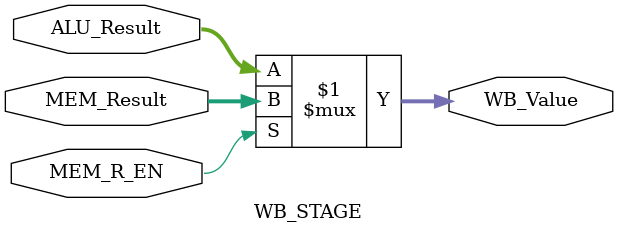
<source format=v>
module WB_STAGE (
    input  wire [31:0] ALU_Result,   
    input  wire [31:0] MEM_Result,   
    input  wire        MEM_R_EN,     
    output wire [31:0] WB_Value      
);
    assign WB_Value = (MEM_R_EN) ? MEM_Result : ALU_Result;
endmodule

</source>
